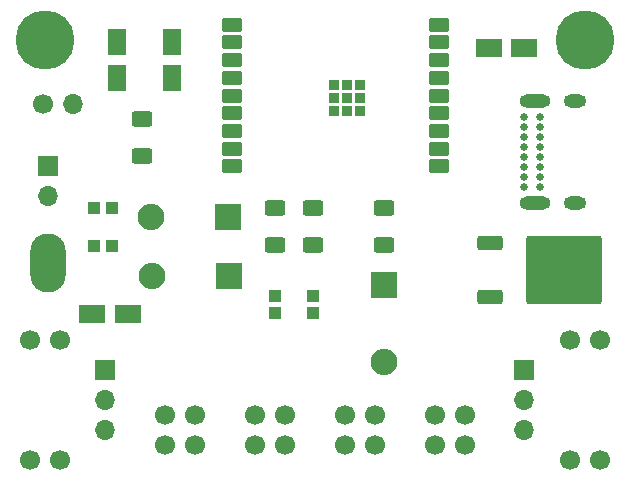
<source format=gbr>
%TF.GenerationSoftware,KiCad,Pcbnew,8.0.4*%
%TF.CreationDate,2024-08-04T18:34:55-04:00*%
%TF.ProjectId,ESP32-C3-BreadBoardAdapter,45535033-322d-4433-932d-427265616442,rev?*%
%TF.SameCoordinates,Original*%
%TF.FileFunction,Soldermask,Top*%
%TF.FilePolarity,Negative*%
%FSLAX46Y46*%
G04 Gerber Fmt 4.6, Leading zero omitted, Abs format (unit mm)*
G04 Created by KiCad (PCBNEW 8.0.4) date 2024-08-04 18:34:55*
%MOMM*%
%LPD*%
G01*
G04 APERTURE LIST*
G04 Aperture macros list*
%AMRoundRect*
0 Rectangle with rounded corners*
0 $1 Rounding radius*
0 $2 $3 $4 $5 $6 $7 $8 $9 X,Y pos of 4 corners*
0 Add a 4 corners polygon primitive as box body*
4,1,4,$2,$3,$4,$5,$6,$7,$8,$9,$2,$3,0*
0 Add four circle primitives for the rounded corners*
1,1,$1+$1,$2,$3*
1,1,$1+$1,$4,$5*
1,1,$1+$1,$6,$7*
1,1,$1+$1,$8,$9*
0 Add four rect primitives between the rounded corners*
20,1,$1+$1,$2,$3,$4,$5,0*
20,1,$1+$1,$4,$5,$6,$7,0*
20,1,$1+$1,$6,$7,$8,$9,0*
20,1,$1+$1,$8,$9,$2,$3,0*%
G04 Aperture macros list end*
%ADD10O,3.000000X5.000000*%
%ADD11R,2.250000X2.250000*%
%ADD12O,2.250000X2.250000*%
%ADD13RoundRect,0.250000X-0.625000X0.400000X-0.625000X-0.400000X0.625000X-0.400000X0.625000X0.400000X0*%
%ADD14C,1.700000*%
%ADD15O,1.700000X1.700000*%
%ADD16C,0.660400*%
%ADD17O,1.905000X1.117600*%
%ADD18O,2.616200X1.117600*%
%ADD19R,1.117600X1.041400*%
%ADD20R,2.200000X1.600000*%
%ADD21R,1.700000X1.700000*%
%ADD22RoundRect,0.250000X-0.850000X-0.350000X0.850000X-0.350000X0.850000X0.350000X-0.850000X0.350000X0*%
%ADD23RoundRect,0.249997X-2.950003X-2.650003X2.950003X-2.650003X2.950003X2.650003X-2.950003X2.650003X0*%
%ADD24R,1.041400X1.117600*%
%ADD25R,1.600000X2.200000*%
%ADD26C,5.000000*%
%ADD27RoundRect,0.102000X-0.750000X-0.450000X0.750000X-0.450000X0.750000X0.450000X-0.750000X0.450000X0*%
%ADD28RoundRect,0.102000X-0.350000X-0.350000X0.350000X-0.350000X0.350000X0.350000X-0.350000X0.350000X0*%
G04 APERTURE END LIST*
D10*
%TO.C,J7*%
X115340000Y-78300000D03*
%TD*%
D11*
%TO.C,SW1*%
X143740000Y-80150000D03*
D12*
X143740000Y-86650000D03*
%TD*%
D13*
%TO.C,R3*%
X137740000Y-73650000D03*
X137740000Y-76750000D03*
%TD*%
D14*
%TO.C,J6*%
X114865000Y-64812500D03*
D15*
X117405000Y-64812500D03*
%TD*%
D16*
%TO.C,J2*%
X155582435Y-71835557D03*
X155582435Y-70985556D03*
X155582435Y-70135558D03*
X155582435Y-69285557D03*
X155582435Y-68435556D03*
X155582435Y-67585555D03*
X155582435Y-66735557D03*
X155582435Y-65885556D03*
X156932435Y-65885556D03*
X156932435Y-66735557D03*
X156932435Y-67585555D03*
X156932435Y-68435556D03*
X156932435Y-69285557D03*
X156932435Y-70135558D03*
X156932435Y-70985556D03*
X156932435Y-71835557D03*
D17*
X159947435Y-73185542D03*
X159947435Y-64535572D03*
D18*
X156562436Y-73185557D03*
X156562435Y-64535572D03*
%TD*%
D19*
%TO.C,LED1*%
X134539800Y-81049999D03*
X134539800Y-82550001D03*
X137740200Y-82550001D03*
X137740200Y-81049999D03*
%TD*%
D20*
%TO.C,C1*%
X152640000Y-60100000D03*
X155640000Y-60100000D03*
%TD*%
D13*
%TO.C,R4*%
X123240000Y-66100000D03*
X123240000Y-69200000D03*
%TD*%
%TO.C,R8*%
X143740000Y-73650000D03*
X143740000Y-76750000D03*
%TD*%
D21*
%TO.C,J4*%
X155640000Y-87375000D03*
D15*
X155640000Y-89915000D03*
X155640000Y-92455000D03*
%TD*%
D13*
%TO.C,R7*%
X134540000Y-73650000D03*
X134540000Y-76750000D03*
%TD*%
D22*
%TO.C,U3*%
X152700000Y-76622500D03*
D23*
X159000000Y-78902500D03*
D22*
X152700000Y-81182500D03*
%TD*%
D24*
%TO.C,LED2*%
X120740000Y-73599800D03*
X119239998Y-73599800D03*
X119239998Y-76800200D03*
X120740000Y-76800200D03*
%TD*%
D11*
%TO.C,SW2*%
X130590000Y-79400000D03*
D12*
X124090000Y-79400000D03*
%TD*%
D11*
%TO.C,SW3*%
X130540000Y-74400000D03*
D12*
X124040000Y-74400000D03*
%TD*%
D21*
%TO.C,J1*%
X115340000Y-70060000D03*
D15*
X115340000Y-72600000D03*
%TD*%
D25*
%TO.C,C5*%
X121140000Y-59600000D03*
X121140000Y-62600000D03*
%TD*%
D20*
%TO.C,C3*%
X122040000Y-82600000D03*
X119040000Y-82600000D03*
%TD*%
D14*
%TO.C,BRD1*%
X125170000Y-91190000D03*
X125170000Y-93730000D03*
X127710000Y-91190000D03*
X127710000Y-93730000D03*
X132790000Y-91190000D03*
X132790000Y-93730000D03*
X135330000Y-91190000D03*
X135330000Y-93730000D03*
X140410000Y-91190000D03*
X140410000Y-93730000D03*
X142950000Y-91190000D03*
X142950000Y-93730000D03*
X148030000Y-91190000D03*
X148030000Y-93730000D03*
X150570000Y-91190000D03*
X150570000Y-93730000D03*
X116280000Y-84840000D03*
X116280000Y-95000000D03*
X162000000Y-84840000D03*
X162000000Y-95000000D03*
D26*
X115010000Y-59440000D03*
X160730000Y-59440000D03*
D14*
X113740000Y-84840000D03*
X113740000Y-95000000D03*
X159460000Y-84840000D03*
X159460000Y-95000000D03*
%TD*%
D27*
%TO.C,U1*%
X130890000Y-58100000D03*
X130890000Y-59600000D03*
X130890000Y-61100000D03*
X130890000Y-62600000D03*
X130890000Y-64100000D03*
X130890000Y-65600000D03*
X130890000Y-67100000D03*
X130890000Y-68600000D03*
X130890000Y-70100000D03*
X148390000Y-70100000D03*
X148390000Y-68600000D03*
X148390000Y-67100000D03*
X148390000Y-65600000D03*
X148390000Y-64100000D03*
X148390000Y-62600000D03*
X148390000Y-61100000D03*
X148390000Y-59600000D03*
X148390000Y-58100000D03*
D28*
X139500000Y-63200000D03*
X140600000Y-63200000D03*
X141700000Y-63200000D03*
X139500000Y-64300000D03*
X140600000Y-64300000D03*
X141700000Y-64300000D03*
X139500000Y-65400000D03*
X140600000Y-65400000D03*
X141700000Y-65400000D03*
%TD*%
D21*
%TO.C,J3*%
X120100000Y-87380000D03*
D15*
X120100000Y-89920000D03*
X120100000Y-92460000D03*
%TD*%
D25*
%TO.C,C4*%
X125840000Y-59600000D03*
X125840000Y-62600000D03*
%TD*%
M02*

</source>
